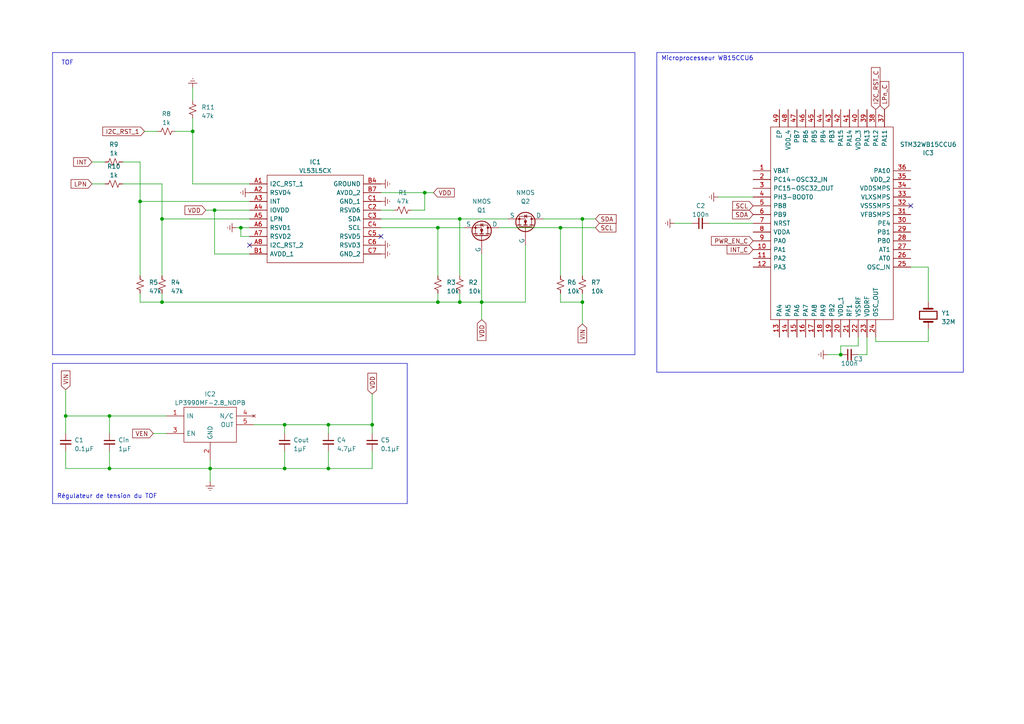
<source format=kicad_sch>
(kicad_sch (version 20230121) (generator eeschema)
  (paper "A4")
  (lib_symbols
    (symbol "Device:C_Small" (pin_numbers hide) (pin_names (offset 0.254) hide)
      (property "Reference" "C" (at 0.254 1.778 0))
      (property "Value" "C_Small" (at 0.254 -2.032 0))
      (symbol "C_Small_0_1"
        (polyline (pts (xy -1.524 -0.508) (xy 1.524 -0.508)) (stroke (width 0.3302)))
        (polyline (pts (xy -1.524 0.508) (xy 1.524 0.508)) (stroke (width 0.3048)))
      )
      (symbol "C_Small_1_1"
        (pin passive line (at 0 2.54 270) (length 2.032) (name "~") (number "1"))
        (pin passive line (at 0 -2.54 90) (length 2.032) (name "~") (number "2"))
      )
    )
    (symbol "Device:Crystal" (pin_numbers hide) (pin_names (offset 1.016) hide)
      (property "Reference" "Y" (at 0 3.81 0))
      (property "Value" "Crystal" (at 0 -3.81 0))
      (symbol "Crystal_0_1"
        (rectangle (start -1.143 2.54) (end 1.143 -2.54) (stroke (width 0.3048)))
        (polyline (pts (xy -2.54 0) (xy -1.905 0)))
        (polyline (pts (xy -1.905 -1.27) (xy -1.905 1.27)) (stroke (width 0.508)))
        (polyline (pts (xy 1.905 -1.27) (xy 1.905 1.27)) (stroke (width 0.508)))
        (polyline (pts (xy 2.54 0) (xy 1.905 0)))
      )
      (symbol "Crystal_1_1"
        (pin passive line (at -3.81 0 0) (length 1.27) (name "1") (number "1"))
        (pin passive line (at 3.81 0 180) (length 1.27) (name "2") (number "2"))
      )
    )
    (symbol "Device:R_Small_US" (pin_numbers hide) (pin_names (offset 0.254) hide)
      (property "Reference" "R" (at 0.762 0.508 0))
      (property "Value" "R_Small_US" (at 0.762 -1.016 0))
      (symbol "R_Small_US_1_1"
        (polyline (pts (xy 0 0) (xy 1.016 -0.381) (xy 0 -0.762) (xy -1.016 -1.143) (xy 0 -1.524)))
        (polyline (pts (xy 0 1.524) (xy 1.016 1.143) (xy 0 0.762) (xy -1.016 0.381) (xy 0 0)))
        (pin passive line (at 0 2.54 270) (length 1.016) (name "~") (number "1"))
        (pin passive line (at 0 -2.54 90) (length 1.016) (name "~") (number "2"))
      )
    )
    (symbol "LP3990MF-2.8_NOPB:LP3990MF-2.8_NOPB" (pin_names (offset 0.762))
      (property "Reference" "IC2" (at 12.7 6.35 0))
      (property "Value" "LP3990MF-2.8_NOPB" (at 12.7 3.81 0))
      (symbol "LP3990MF-2.8_NOPB_0_0"
        (pin passive line (at 0 0 0) (length 5.08) (name "IN") (number "1"))
        (pin passive line (at 12.7 -12.7 90) (length 5.08) (name "GND") (number "2"))
        (pin passive line (at 0 -5.08 0) (length 5.08) (name "EN") (number "3"))
        (pin no_connect line (at 25.4 0 180) (length 5.08) (name "N/C") (number "4"))
        (pin passive line (at 25.4 -2.54 180) (length 5.08) (name "OUT") (number "5"))
      )
      (symbol "LP3990MF-2.8_NOPB_0_1"
        (polyline (pts (xy 5.08 2.54) (xy 20.32 2.54) (xy 20.32 -7.62) (xy 5.08 -7.62) (xy 5.08 2.54)) (stroke (width 0.1524)))
      )
    )
    (symbol "STM32WB15CCU6:STM32WB15CCU6" (pin_names (offset 0.762))
      (property "Reference" "IC" (at 41.91 17.78 0))
      (property "Value" "STM32WB15CCU6" (at 41.91 15.24 0))
      (symbol "STM32WB15CCU6_0_0"
        (pin passive line (at 0 0 0) (length 5.08) (name "VBAT") (number "1"))
        (pin passive line (at 0 -22.86 0) (length 5.08) (name "PA1") (number "10"))
        (pin passive line (at 0 -25.4 0) (length 5.08) (name "PA2") (number "11"))
        (pin passive line (at 0 -27.94 0) (length 5.08) (name "PA3") (number "12"))
        (pin passive line (at 7.62 -48.26 90) (length 5.08) (name "PA4") (number "13"))
        (pin passive line (at 10.16 -48.26 90) (length 5.08) (name "PA5") (number "14"))
        (pin passive line (at 12.7 -48.26 90) (length 5.08) (name "PA6") (number "15"))
        (pin passive line (at 15.24 -48.26 90) (length 5.08) (name "PA7") (number "16"))
        (pin passive line (at 17.78 -48.26 90) (length 5.08) (name "PA8") (number "17"))
        (pin passive line (at 20.32 -48.26 90) (length 5.08) (name "PA9") (number "18"))
        (pin passive line (at 22.86 -48.26 90) (length 5.08) (name "PB2") (number "19"))
        (pin passive line (at 0 -2.54 0) (length 5.08) (name "PC14-OSC32_IN") (number "2"))
        (pin passive line (at 25.4 -48.26 90) (length 5.08) (name "VDD_1") (number "20"))
        (pin passive line (at 27.94 -48.26 90) (length 5.08) (name "RF1") (number "21"))
        (pin passive line (at 30.48 -48.26 90) (length 5.08) (name "VSSRF") (number "22"))
        (pin passive line (at 33.02 -48.26 90) (length 5.08) (name "VDDRF") (number "23"))
        (pin passive line (at 35.56 -48.26 90) (length 5.08) (name "OSC_OUT") (number "24"))
        (pin passive line (at 45.72 -27.94 180) (length 5.08) (name "OSC_IN") (number "25"))
        (pin passive line (at 45.72 -25.4 180) (length 5.08) (name "AT0") (number "26"))
        (pin passive line (at 45.72 -22.86 180) (length 5.08) (name "AT1") (number "27"))
        (pin passive line (at 45.72 -20.32 180) (length 5.08) (name "PB0") (number "28"))
        (pin passive line (at 45.72 -17.78 180) (length 5.08) (name "PB1") (number "29"))
        (pin passive line (at 0 -5.08 0) (length 5.08) (name "PC15-OSC32_OUT") (number "3"))
        (pin passive line (at 45.72 -15.24 180) (length 5.08) (name "PE4") (number "30"))
        (pin passive line (at 45.72 -12.7 180) (length 5.08) (name "VFBSMPS") (number "31"))
        (pin passive line (at 45.72 -10.16 180) (length 5.08) (name "VSSSMPS") (number "32"))
        (pin passive line (at 45.72 -7.62 180) (length 5.08) (name "VLXSMPS") (number "33"))
        (pin passive line (at 45.72 -5.08 180) (length 5.08) (name "VDDSMPS") (number "34"))
        (pin passive line (at 45.72 -2.54 180) (length 5.08) (name "VDD_2") (number "35"))
        (pin passive line (at 45.72 0 180) (length 5.08) (name "PA10") (number "36"))
        (pin passive line (at 38.1 17.78 270) (length 5.08) (name "PA11") (number "37"))
        (pin passive line (at 35.56 17.78 270) (length 5.08) (name "PA12") (number "38"))
        (pin passive line (at 33.02 17.78 270) (length 5.08) (name "PA13") (number "39"))
        (pin passive line (at 0 -7.62 0) (length 5.08) (name "PH3-BOOT0") (number "4"))
        (pin passive line (at 30.48 17.78 270) (length 5.08) (name "VDD_3") (number "40"))
        (pin passive line (at 27.94 17.78 270) (length 5.08) (name "PA14") (number "41"))
        (pin passive line (at 25.4 17.78 270) (length 5.08) (name "PA15") (number "42"))
        (pin passive line (at 22.86 17.78 270) (length 5.08) (name "PB3") (number "43"))
        (pin passive line (at 20.32 17.78 270) (length 5.08) (name "PB4") (number "44"))
        (pin passive line (at 17.78 17.78 270) (length 5.08) (name "PB5") (number "45"))
        (pin passive line (at 15.24 17.78 270) (length 5.08) (name "PB6") (number "46"))
        (pin passive line (at 12.7 17.78 270) (length 5.08) (name "PB7") (number "47"))
        (pin passive line (at 10.16 17.78 270) (length 5.08) (name "VDD_4") (number "48"))
        (pin passive line (at 7.62 17.78 270) (length 5.08) (name "EP") (number "49"))
        (pin passive line (at 0 -10.16 0) (length 5.08) (name "PB8") (number "5"))
        (pin passive line (at 0 -12.7 0) (length 5.08) (name "PB9") (number "6"))
        (pin passive line (at 0 -15.24 0) (length 5.08) (name "NRST") (number "7"))
        (pin passive line (at 0 -17.78 0) (length 5.08) (name "VDDA") (number "8"))
        (pin passive line (at 0 -20.32 0) (length 5.08) (name "PA0") (number "9"))
      )
      (symbol "STM32WB15CCU6_0_1"
        (polyline (pts (xy 5.08 12.7) (xy 40.64 12.7) (xy 40.64 -43.18) (xy 5.08 -43.18) (xy 5.08 12.7)) (stroke (width 0.1524)))
      )
    )
    (symbol "Simulation_SPICE:NMOS" (pin_numbers hide) (pin_names (offset 0))
      (property "Reference" "Q" (at 5.08 1.27 0))
      (property "Value" "NMOS" (at 5.08 -1.27 0))
      (symbol "NMOS_0_1"
        (polyline (pts (xy 0.254 0) (xy -2.54 0)))
        (polyline (pts (xy 0.254 1.905) (xy 0.254 -1.905)) (stroke (width 0.254)))
        (polyline (pts (xy 0.762 -1.27) (xy 0.762 -2.286)) (stroke (width 0.254)))
        (polyline (pts (xy 0.762 0.508) (xy 0.762 -0.508)) (stroke (width 0.254)))
        (polyline (pts (xy 0.762 2.286) (xy 0.762 1.27)) (stroke (width 0.254)))
        (polyline (pts (xy 2.54 2.54) (xy 2.54 1.778)))
        (polyline (pts (xy 2.54 -2.54) (xy 2.54 0) (xy 0.762 0)))
        (polyline (pts (xy 0.762 -1.778) (xy 3.302 -1.778) (xy 3.302 1.778) (xy 0.762 1.778)))
        (polyline (pts (xy 1.016 0) (xy 2.032 0.381) (xy 2.032 -0.381) (xy 1.016 0)) (fill (type outline)))
        (polyline (pts (xy 2.794 0.508) (xy 2.921 0.381) (xy 3.683 0.381) (xy 3.81 0.254)))
        (polyline (pts (xy 3.302 0.381) (xy 2.921 -0.254) (xy 3.683 -0.254) (xy 3.302 0.381)))
        (circle (center 1.651 0) (radius 2.794) (stroke (width 0.254)))
        (circle (center 2.54 -1.778) (radius 0.254) (fill (type outline)))
        (circle (center 2.54 1.778) (radius 0.254) (fill (type outline)))
      )
      (symbol "NMOS_1_1"
        (pin passive line (at 2.54 5.08 270) (length 2.54) (name "D") (number "1"))
        (pin input line (at -5.08 0 0) (length 2.54) (name "G") (number "2"))
        (pin passive line (at 2.54 -5.08 90) (length 2.54) (name "S") (number "3"))
      )
    )
    (symbol "VL53L5CX:VL53L5CX" (pin_names (offset 0.762))
      (property "Reference" "IC" (at 34.29 7.62 0))
      (property "Value" "VL53L5CX" (at 34.29 5.08 0))
      (symbol "VL53L5CX_0_0"
        (pin passive line (at 0 0 0) (length 5.08) (name "I2C_RST_1") (number "A1"))
        (pin passive line (at 0 -2.54 0) (length 5.08) (name "RSVD4") (number "A2"))
        (pin passive line (at 0 -5.08 0) (length 5.08) (name "INT") (number "A3"))
        (pin passive line (at 0 -7.62 0) (length 5.08) (name "IOVDD") (number "A4"))
        (pin passive line (at 0 -10.16 0) (length 5.08) (name "LPN") (number "A5"))
        (pin passive line (at 0 -12.7 0) (length 5.08) (name "RSVD1") (number "A6"))
        (pin passive line (at 0 -15.24 0) (length 5.08) (name "RSVD2") (number "A7"))
        (pin passive line (at 0 -17.78 0) (length 5.08) (name "I2C_RST_2") (number "A8"))
        (pin passive line (at 0 -20.32 0) (length 5.08) (name "AVDD_1") (number "B1"))
        (pin passive line (at 38.1 0 180) (length 5.08) (name "GROUND") (number "B4"))
        (pin passive line (at 38.1 -2.54 180) (length 5.08) (name "AVDD_2") (number "B7"))
        (pin passive line (at 38.1 -5.08 180) (length 5.08) (name "GND_1") (number "C1"))
        (pin passive line (at 38.1 -7.62 180) (length 5.08) (name "RSVD6") (number "C2"))
        (pin passive line (at 38.1 -10.16 180) (length 5.08) (name "SDA") (number "C3"))
        (pin passive line (at 38.1 -12.7 180) (length 5.08) (name "SCL") (number "C4"))
        (pin passive line (at 38.1 -15.24 180) (length 5.08) (name "RSVD5") (number "C5"))
        (pin passive line (at 38.1 -17.78 180) (length 5.08) (name "RSVD3") (number "C6"))
        (pin passive line (at 38.1 -20.32 180) (length 5.08) (name "GND_2") (number "C7"))
      )
      (symbol "VL53L5CX_0_1"
        (polyline (pts (xy 5.08 2.54) (xy 33.02 2.54) (xy 33.02 -22.86) (xy 5.08 -22.86) (xy 5.08 2.54)) (stroke (width 0.1524)))
      )
    )
    (symbol "power:Earth" (power) (pin_names (offset 0))
      (symbol "Earth_0_1"
        (polyline (pts (xy -0.635 -1.905) (xy 0.635 -1.905)))
        (polyline (pts (xy -0.127 -2.54) (xy 0.127 -2.54)))
        (polyline (pts (xy 0 -1.27) (xy 0 0)))
        (polyline (pts (xy 1.27 -1.27) (xy -1.27 -1.27)))
      )
      (symbol "Earth_1_1"
        (pin power_in line (at 0 0 270) (length 0) hide (name "Earth") (number "1"))
      )
    )
  )
  (junction (at 46.99 63.5))
  (junction (at 133.35 87.63))
  (junction (at 133.35 63.5))
  (junction (at 168.91 63.5))
  (junction (at 31.75 120.65))
  (junction (at 40.64 58.42))
  (junction (at 139.7 87.63))
  (junction (at 243.84 102.87))
  (junction (at 62.23 60.96))
  (junction (at 123.19 55.88))
  (junction (at 107.95 123.19))
  (junction (at 127 66.04))
  (junction (at 162.56 66.04))
  (junction (at 95.25 123.19))
  (junction (at 69.85 66.04))
  (junction (at 31.75 135.89))
  (junction (at 127 87.63))
  (junction (at 168.91 87.63))
  (junction (at 82.55 135.89))
  (junction (at 19.05 120.65))
  (junction (at 60.96 135.89))
  (junction (at 82.55 123.19))
  (junction (at 46.99 87.63))
  (junction (at 55.88 38.1))
  (junction (at 95.25 135.89))
  (no_connect (at 110.49 68.58))
  (no_connect (at 72.39 71.12))
  (no_connect (at 264.16 59.69))
  (wire (pts (xy 26.67 46.99) (xy 30.48 46.99)))
  (polyline (pts (xy 190.5 15.24) (xy 190.5 107.95)))
  (polyline (pts (xy 15.24 105.41) (xy 118.11 105.41)))
  (wire (pts (xy 127 87.63) (xy 133.35 87.63)))
  (wire (pts (xy 110.49 55.88) (xy 123.19 55.88)))
  (wire (pts (xy 152.4 87.63) (xy 139.7 87.63)))
  (wire (pts (xy 251.46 102.87) (xy 251.46 97.79)))
  (wire (pts (xy 133.35 63.5) (xy 133.35 80.01)))
  (wire (pts (xy 95.25 130.81) (xy 95.25 135.89)))
  (wire (pts (xy 69.85 68.58) (xy 69.85 66.04)))
  (wire (pts (xy 139.7 87.63) (xy 139.7 73.66)))
  (wire (pts (xy 55.88 38.1) (xy 50.8 38.1)))
  (wire (pts (xy 95.25 135.89) (xy 82.55 135.89)))
  (wire (pts (xy 31.75 130.81) (xy 31.75 135.89)))
  (wire (pts (xy 62.23 73.66) (xy 62.23 60.96)))
  (wire (pts (xy 248.92 100.33) (xy 243.84 100.33)))
  (wire (pts (xy 19.05 125.73) (xy 19.05 120.65)))
  (wire (pts (xy 46.99 63.5) (xy 72.39 63.5)))
  (wire (pts (xy 139.7 87.63) (xy 139.7 92.71)))
  (wire (pts (xy 107.95 123.19) (xy 95.25 123.19)))
  (wire (pts (xy 59.69 60.96) (xy 62.23 60.96)))
  (wire (pts (xy 168.91 87.63) (xy 168.91 93.98)))
  (wire (pts (xy 69.85 66.04) (xy 72.39 66.04)))
  (wire (pts (xy 157.48 63.5) (xy 168.91 63.5)))
  (polyline (pts (xy 279.4 107.95) (xy 190.5 107.95)))
  (wire (pts (xy 41.91 38.1) (xy 45.72 38.1)))
  (polyline (pts (xy 118.11 105.41) (xy 118.11 146.05)))
  (wire (pts (xy 46.99 53.34) (xy 46.99 63.5)))
  (wire (pts (xy 133.35 87.63) (xy 139.7 87.63)))
  (polyline (pts (xy 15.24 105.41) (xy 15.24 146.05)))
  (wire (pts (xy 46.99 85.09) (xy 46.99 87.63)))
  (wire (pts (xy 31.75 125.73) (xy 31.75 120.65)))
  (wire (pts (xy 162.56 66.04) (xy 172.72 66.04)))
  (wire (pts (xy 60.96 135.89) (xy 82.55 135.89)))
  (wire (pts (xy 82.55 130.81) (xy 82.55 135.89)))
  (wire (pts (xy 82.55 123.19) (xy 82.55 125.73)))
  (wire (pts (xy 72.39 73.66) (xy 62.23 73.66)))
  (polyline (pts (xy 184.15 15.24) (xy 184.15 102.87)))
  (wire (pts (xy 168.91 63.5) (xy 172.72 63.5)))
  (wire (pts (xy 40.64 46.99) (xy 40.64 58.42)))
  (polyline (pts (xy 190.5 15.24) (xy 279.4 15.24)))
  (wire (pts (xy 19.05 135.89) (xy 31.75 135.89)))
  (polyline (pts (xy 184.15 102.87) (xy 15.24 102.87)))
  (wire (pts (xy 31.75 135.89) (xy 60.96 135.89)))
  (wire (pts (xy 44.45 125.73) (xy 48.26 125.73)))
  (wire (pts (xy 19.05 120.65) (xy 31.75 120.65)))
  (wire (pts (xy 127 85.09) (xy 127 87.63)))
  (wire (pts (xy 205.74 64.77) (xy 218.44 64.77)))
  (wire (pts (xy 95.25 125.73) (xy 95.25 123.19)))
  (wire (pts (xy 264.16 77.47) (xy 269.24 77.47)))
  (wire (pts (xy 60.96 135.89) (xy 60.96 139.7)))
  (wire (pts (xy 144.78 66.04) (xy 162.56 66.04)))
  (wire (pts (xy 40.64 80.01) (xy 40.64 58.42)))
  (wire (pts (xy 72.39 53.34) (xy 55.88 53.34)))
  (polyline (pts (xy 15.24 15.24) (xy 184.15 15.24)))
  (wire (pts (xy 55.88 25.4) (xy 55.88 29.21)))
  (wire (pts (xy 119.38 60.96) (xy 123.19 60.96)))
  (wire (pts (xy 123.19 55.88) (xy 123.19 60.96)))
  (wire (pts (xy 40.64 58.42) (xy 72.39 58.42)))
  (wire (pts (xy 195.58 64.77) (xy 200.66 64.77)))
  (wire (pts (xy 133.35 63.5) (xy 147.32 63.5)))
  (wire (pts (xy 254 97.79) (xy 254 99.06)))
  (wire (pts (xy 68.58 66.04) (xy 69.85 66.04)))
  (wire (pts (xy 55.88 34.29) (xy 55.88 38.1)))
  (wire (pts (xy 19.05 130.81) (xy 19.05 135.89)))
  (wire (pts (xy 127 66.04) (xy 127 80.01)))
  (wire (pts (xy 107.95 114.3) (xy 107.95 123.19)))
  (wire (pts (xy 107.95 125.73) (xy 107.95 123.19)))
  (wire (pts (xy 269.24 99.06) (xy 269.24 95.25)))
  (wire (pts (xy 60.96 133.35) (xy 60.96 135.89)))
  (polyline (pts (xy 15.24 15.24) (xy 15.24 102.87)))
  (wire (pts (xy 133.35 87.63) (xy 133.35 85.09)))
  (wire (pts (xy 240.03 102.87) (xy 243.84 102.87)))
  (wire (pts (xy 162.56 66.04) (xy 162.56 80.01)))
  (wire (pts (xy 55.88 38.1) (xy 55.88 53.34)))
  (wire (pts (xy 31.75 120.65) (xy 48.26 120.65)))
  (wire (pts (xy 168.91 85.09) (xy 168.91 87.63)))
  (wire (pts (xy 127 66.04) (xy 134.62 66.04)))
  (wire (pts (xy 168.91 63.5) (xy 168.91 80.01)))
  (wire (pts (xy 208.28 57.15) (xy 218.44 57.15)))
  (wire (pts (xy 40.64 87.63) (xy 46.99 87.63)))
  (wire (pts (xy 162.56 87.63) (xy 168.91 87.63)))
  (wire (pts (xy 123.19 55.88) (xy 125.73 55.88)))
  (wire (pts (xy 248.92 102.87) (xy 251.46 102.87)))
  (polyline (pts (xy 118.11 146.05) (xy 15.24 146.05)))
  (wire (pts (xy 254 99.06) (xy 269.24 99.06)))
  (wire (pts (xy 62.23 60.96) (xy 72.39 60.96)))
  (wire (pts (xy 95.25 123.19) (xy 82.55 123.19)))
  (wire (pts (xy 73.66 123.19) (xy 82.55 123.19)))
  (wire (pts (xy 269.24 77.47) (xy 269.24 87.63)))
  (wire (pts (xy 162.56 85.09) (xy 162.56 87.63)))
  (wire (pts (xy 26.67 53.34) (xy 30.48 53.34)))
  (wire (pts (xy 19.05 113.03) (xy 19.05 120.65)))
  (wire (pts (xy 72.39 68.58) (xy 69.85 68.58)))
  (wire (pts (xy 46.99 87.63) (xy 127 87.63)))
  (wire (pts (xy 110.49 63.5) (xy 133.35 63.5)))
  (wire (pts (xy 107.95 135.89) (xy 95.25 135.89)))
  (polyline (pts (xy 279.4 15.24) (xy 279.4 107.95)))
  (wire (pts (xy 152.4 71.12) (xy 152.4 87.63)))
  (wire (pts (xy 35.56 46.99) (xy 40.64 46.99)))
  (wire (pts (xy 110.49 66.04) (xy 127 66.04)))
  (wire (pts (xy 110.49 60.96) (xy 114.3 60.96)))
  (wire (pts (xy 46.99 80.01) (xy 46.99 63.5)))
  (wire (pts (xy 107.95 130.81) (xy 107.95 135.89)))
  (wire (pts (xy 248.92 97.79) (xy 248.92 100.33)))
  (wire (pts (xy 35.56 53.34) (xy 46.99 53.34)))
  (wire (pts (xy 40.64 85.09) (xy 40.64 87.63)))
  (wire (pts (xy 243.84 100.33) (xy 243.84 102.87)))
  (text "Microprocesseur WB15CCU6" (at 191.77 17.78 0) (effects (font (size 1.27 1.27)) (justify left bottom)))
  (text "TOF" (at 17.78 19.05 0) (effects (font (size 1.27 1.27)) (justify left bottom)))
  (text "Régulateur de tension du TOF\n" (at 16.51 144.78 0) (effects (font (size 1.27 1.27)) (justify left bottom)))
  (global_label "VDD" (shape input) (at 125.73 55.88 0) (property "Intersheetrefs" "${INTERSHEET_REFS}" (effects hide)))
  (global_label "VDD" (shape input) (at 59.69 60.96 180) (property "Intersheetrefs" "${INTERSHEET_REFS}" (effects hide)))
  (global_label "LPn_C" (shape input) (at 256.54 31.75 90) (property "Intersheetrefs" "${INTERSHEET_REFS}" (effects hide)))
  (global_label "INT" (shape input) (at 26.67 46.99 180) (property "Intersheetrefs" "${INTERSHEET_REFS}" (effects hide)))
  (global_label "VEN" (shape input) (at 44.45 125.73 180) (property "Intersheetrefs" "${INTERSHEET_REFS}" (effects hide)))
  (global_label "SDA" (shape input) (at 218.44 62.23 180) (property "Intersheetrefs" "${INTERSHEET_REFS}" (effects hide)))
  (global_label "I2C_RST_C" (shape input) (at 254 31.75 90) (property "Intersheetrefs" "${INTERSHEET_REFS}" (effects hide)))
  (global_label "LPN" (shape input) (at 26.67 53.34 180) (property "Intersheetrefs" "${INTERSHEET_REFS}" (effects hide)))
  (global_label "VDD" (shape input) (at 139.7 92.71 270) (property "Intersheetrefs" "${INTERSHEET_REFS}" (effects hide)))
  (global_label "VIN" (shape input) (at 168.91 93.98 270) (property "Intersheetrefs" "${INTERSHEET_REFS}" (effects hide)))
  (global_label "SCL" (shape input) (at 172.72 66.04 0) (property "Intersheetrefs" "${INTERSHEET_REFS}" (effects hide)))
  (global_label "SDA" (shape input) (at 172.72 63.5 0) (property "Intersheetrefs" "${INTERSHEET_REFS}" (effects hide)))
  (global_label "VIN" (shape input) (at 19.05 113.03 90) (property "Intersheetrefs" "${INTERSHEET_REFS}" (effects hide)))
  (global_label "SCL" (shape input) (at 218.44 59.69 180) (property "Intersheetrefs" "${INTERSHEET_REFS}" (effects hide)))
  (global_label "VDD" (shape input) (at 107.95 114.3 90) (property "Intersheetrefs" "${INTERSHEET_REFS}" (effects hide)))
  (global_label "I2C_RST_1" (shape input) (at 41.91 38.1 180) (property "Intersheetrefs" "${INTERSHEET_REFS}" (effects hide)))
  (global_label "PWR_EN_C" (shape input) (at 218.44 69.85 180) (property "Intersheetrefs" "${INTERSHEET_REFS}" (effects hide)))
  (global_label "INT_C" (shape input) (at 218.44 72.39 180) (property "Intersheetrefs" "${INTERSHEET_REFS}" (effects hide)))
  (symbol (lib_id "Device:C_Small") (at 31.75 128.27 0) (unit 1)
    (property "Reference" "Cin" (at 34.29 127.6413 0) (effects (justify left)))
    (property "Value" "1µF" (at 34.29 130.1813 0) (effects (justify left)))
  )
  (symbol (lib_id "VL53L5CX:VL53L5CX") (at 72.39 53.34 0) (unit 1)
    (property "Reference" "IC1" (at 91.44 46.99 0))
    (property "Value" "VL53L5CX" (at 91.44 49.53 0))
    (property "Footprint" "VL53L5CX" (effects hide))
    (property "Datasheet" "https://www.st.com/en/imaging-and-photonics-solutions/vl53l5cx.html#documentation" (effects hide))
    (property "Description" "Time-of-Flight 8x8 multizone ranging sensor with wide field of view" (effects hide))
    (property "Height" "1.55" (effects hide))
    (property "Manufacturer_Name" "ST" (effects hide))
    (property "Manufacturer_Part_Number" "VL53L5CX" (effects hide))
  )
  (symbol (lib_id "Device:C_Small") (at 19.05 128.27 0) (unit 1)
    (property "Reference" "C1" (at 21.59 127.6413 0) (effects (justify left)))
    (property "Value" "0.1µF" (at 21.59 130.1813 0) (effects (justify left)))
  )
  (symbol (lib_id "Device:R_Small_US") (at 162.56 82.55 180) (unit 1)
    (property "Reference" "R6" (at 164.4915 81.915 0) (effects (justify right)))
    (property "Value" "10k" (at 164.4915 84.455 0) (effects (justify right)))
  )
  (symbol (lib_id "power:Earth") (at 68.58 66.04 270) (unit 1)
    (property "Reference" "#PWR05" (effects hide))
    (property "Value" "Earth" (effects hide))
  )
  (symbol (lib_id "power:Earth") (at 110.49 58.42 90) (unit 1)
    (property "Reference" "#PWR03" (effects hide))
    (property "Value" "Earth" (effects hide))
  )
  (symbol (lib_id "Device:C_Small") (at 246.38 102.87 90) (unit 1)
    (property "Reference" "C3" (at 248.92 104.14 90))
    (property "Value" "100n" (at 246.38 105.41 90))
  )
  (symbol (lib_id "Device:R_Small_US") (at 40.64 82.55 180) (unit 1)
    (property "Reference" "R5" (at 43.18 81.915 0) (effects (justify right)))
    (property "Value" "47k" (at 43.18 84.455 0) (effects (justify right)))
  )
  (symbol (lib_id "Device:R_Small_US") (at 48.26 38.1 270) (unit 1)
    (property "Reference" "R8" (at 48.26 33.02 90))
    (property "Value" "1k" (at 48.26 35.56 90))
  )
  (symbol (lib_id "Device:R_Small_US") (at 133.35 82.55 180) (unit 1)
    (property "Reference" "R2" (at 135.89 81.915 0) (effects (justify right)))
    (property "Value" "10k" (at 135.89 84.455 0) (effects (justify right)))
  )
  (symbol (lib_id "Device:R_Small_US") (at 168.91 82.55 180) (unit 1)
    (property "Reference" "R7" (at 171.45 81.915 0) (effects (justify right)))
    (property "Value" "10k" (at 171.45 84.455 0) (effects (justify right)))
  )
  (symbol (lib_id "power:Earth") (at 240.03 102.87 270) (unit 1)
    (property "Reference" "#PWR011" (effects hide))
    (property "Value" "Earth" (effects hide))
  )
  (symbol (lib_id "power:Earth") (at 72.39 55.88 270) (unit 1)
    (property "Reference" "#PWR07" (effects hide))
    (property "Value" "Earth" (effects hide))
  )
  (symbol (lib_id "power:Earth") (at 110.49 53.34 90) (unit 1)
    (property "Reference" "#PWR01" (effects hide))
    (property "Value" "Earth" (effects hide))
  )
  (symbol (lib_id "Device:C_Small") (at 203.2 64.77 90) (unit 1)
    (property "Reference" "C2" (at 203.2063 59.69 90))
    (property "Value" "100n" (at 203.2063 62.23 90))
  )
  (symbol (lib_id "STM32WB15CCU6:STM32WB15CCU6") (at 218.44 49.53 0) (unit 1)
    (property "Reference" "IC3" (at 269.24 44.3483 0))
    (property "Value" "STM32WB15CCU6" (at 269.24 41.91 0))
    (property "Footprint" "QFN50P700X700X60-49N-D" (effects hide))
    (property "Datasheet" "https://www.mouser.de/datasheet/2/389/dm00687952-2400695.pdf" (effects hide))
    (property "Description" "Multiprotocol wireless 32-bit MCU Arm-based Cortex-M4 with FPU, Bluetooth 5.2 radio solution" (effects hide))
    (property "Height" "0.6" (effects hide))
    (property "Manufacturer_Name" "STMicroelectronics" (effects hide))
    (property "Manufacturer_Part_Number" "STM32WB15CCU6" (effects hide))
    (property "Mouser Part Number" "511-STM32WB15CCU6" (effects hide))
    (property "Mouser Price/Stock" "https://www.mouser.co.uk/ProductDetail/STMicroelectronics/STM32WB15CCU6?qs=DRkmTr78QATikAob%252BX8G8A%3D%3D" (effects hide))
    (property "Arrow Part Number" "STM32WB15CCU6" (effects hide))
    (property "Arrow Price/Stock" "https://www.arrow.com/en/products/stm32wb15ccu6/stmicroelectronics?region=nac" (effects hide))
  )
  (symbol (lib_id "Device:C_Small") (at 107.95 128.27 0) (unit 1)
    (property "Reference" "C5" (at 110.3862 127.6413 0) (effects (justify left)))
    (property "Value" "0.1µF" (at 110.3862 130.1813 0) (effects (justify left)))
  )
  (symbol (lib_id "Device:R_Small_US") (at 116.84 60.96 90) (unit 1)
    (property "Reference" "R1" (at 116.84 55.88 90))
    (property "Value" "47k" (at 116.84 58.42 90))
  )
  (symbol (lib_id "power:Earth") (at 110.49 71.12 90) (unit 1)
    (property "Reference" "#PWR06" (effects hide))
    (property "Value" "Earth" (effects hide))
  )
  (symbol (lib_id "Device:C_Small") (at 95.25 128.27 0) (unit 1)
    (property "Reference" "C4" (at 97.6862 127.6413 0) (effects (justify left)))
    (property "Value" "4.7µF" (at 97.6862 130.1813 0) (effects (justify left)))
  )
  (symbol (lib_id "Device:R_Small_US") (at 33.02 46.99 270) (unit 1)
    (property "Reference" "R9" (at 33.02 41.91 90))
    (property "Value" "1k" (at 33.02 44.45 90))
  )
  (symbol (lib_id "power:Earth") (at 55.88 25.4 180) (unit 1)
    (property "Reference" "#PWR08" (effects hide))
    (property "Value" "Earth" (effects hide))
  )
  (symbol (lib_id "Simulation_SPICE:NMOS") (at 152.4 66.04 270) (mirror x) (unit 1)
    (property "Reference" "Q2" (at 152.4 58.42 90))
    (property "Value" "NMOS" (at 152.4 55.88 90))
    (property "Datasheet" "https://ngspice.sourceforge.io/docs/ngspice-manual.pdf" (effects hide))
    (property "Sim.Device" "NMOS" (effects hide))
    (property "Sim.Type" "VDMOS" (effects hide))
    (property "Sim.Pins" "1=D 2=G 3=S" (effects hide))
  )
  (symbol (lib_id "Device:R_Small_US") (at 127 82.55 180) (unit 1)
    (property "Reference" "R3" (at 129.54 81.915 0) (effects (justify right)))
    (property "Value" "10k" (at 129.54 84.455 0) (effects (justify right)))
  )
  (symbol (lib_id "Device:R_Small_US") (at 33.02 53.34 270) (unit 1)
    (property "Reference" "R10" (at 33.02 48.26 90))
    (property "Value" "1k" (at 33.02 50.8 90))
  )
  (symbol (lib_id "Device:R_Small_US") (at 55.88 31.75 180) (unit 1)
    (property "Reference" "R11" (at 58.42 31.115 0) (effects (justify right)))
    (property "Value" "47k" (at 58.42 33.655 0) (effects (justify right)))
  )
  (symbol (lib_id "LP3990MF-2.8_NOPB:LP3990MF-2.8_NOPB") (at 48.26 120.65 0) (unit 1)
    (property "Reference" "IC2" (at 60.96 114.3 0))
    (property "Value" "LP3990MF-2.8_NOPB" (at 60.96 116.84 0))
    (property "Footprint" "SOT95P280X145-5N" (effects hide))
    (property "Datasheet" "http://www.ti.com/lit/gpn/lp3990" (effects hide))
    (property "Description" "150mA Linear Voltage Regulator for Digital Applications" (effects hide))
    (property "Height" "1.45" (effects hide))
    (property "Manufacturer_Name" "Texas Instruments" (effects hide))
    (property "Manufacturer_Part_Number" "LP3990MF-2.8/NOPB" (effects hide))
    (property "Mouser Part Number" "926-LP3990MF28NOPB" (effects hide))
    (property "Mouser Price/Stock" "https://www.mouser.co.uk/ProductDetail/Texas-Instruments/LP3990MF-2.8-NOPB?qs=1FNqv8aZn1RgLc%252BI1eQWuQ%3D%3D" (effects hide))
    (property "Arrow Part Number" "LP3990MF-2.8/NOPB" (effects hide))
    (property "Arrow Price/Stock" "https://www.arrow.com/en/products/lp3990mf-2.8nopb/texas-instruments" (effects hide))
  )
  (symbol (lib_id "Device:C_Small") (at 82.55 128.27 0) (unit 1)
    (property "Reference" "Cout" (at 85.09 127.6413 0) (effects (justify left)))
    (property "Value" "1µF" (at 85.09 130.1813 0) (effects (justify left)))
  )
  (symbol (lib_id "power:Earth") (at 208.28 57.15 270) (unit 1)
    (property "Reference" "#PWR09" (effects hide))
    (property "Value" "Earth" (effects hide))
  )
  (symbol (lib_id "power:Earth") (at 195.58 64.77 270) (unit 1)
    (property "Reference" "#PWR010" (effects hide))
    (property "Value" "Earth" (effects hide))
  )
  (symbol (lib_id "Device:Crystal") (at 269.24 91.44 90) (unit 1)
    (property "Reference" "Y1" (at 273.05 90.805 90) (effects (justify right)))
    (property "Value" "32M" (at 273.05 93.345 90) (effects (justify right)))
  )
  (symbol (lib_id "power:Earth") (at 110.49 73.66 90) (unit 1)
    (property "Reference" "#PWR04" (effects hide))
    (property "Value" "Earth" (effects hide))
  )
  (symbol (lib_id "Simulation_SPICE:NMOS") (at 139.7 68.58 270) (mirror x) (unit 1)
    (property "Reference" "Q1" (at 139.7 60.96 90))
    (property "Value" "NMOS" (at 139.7 58.42 90))
    (property "Datasheet" "https://ngspice.sourceforge.io/docs/ngspice-manual.pdf" (effects hide))
    (property "Sim.Device" "NMOS" (effects hide))
    (property "Sim.Type" "VDMOS" (effects hide))
    (property "Sim.Pins" "1=D 2=G 3=S" (effects hide))
  )
  (symbol (lib_id "Device:R_Small_US") (at 46.99 82.55 180) (unit 1)
    (property "Reference" "R4" (at 49.53 81.915 0) (effects (justify right)))
    (property "Value" "47k" (at 49.53 84.455 0) (effects (justify right)))
  )
  (symbol (lib_id "power:Earth") (at 60.96 139.7 0) (unit 1)
    (property "Reference" "#PWR02" (effects hide))
    (property "Value" "Earth" (effects hide))
  )
)
</source>
